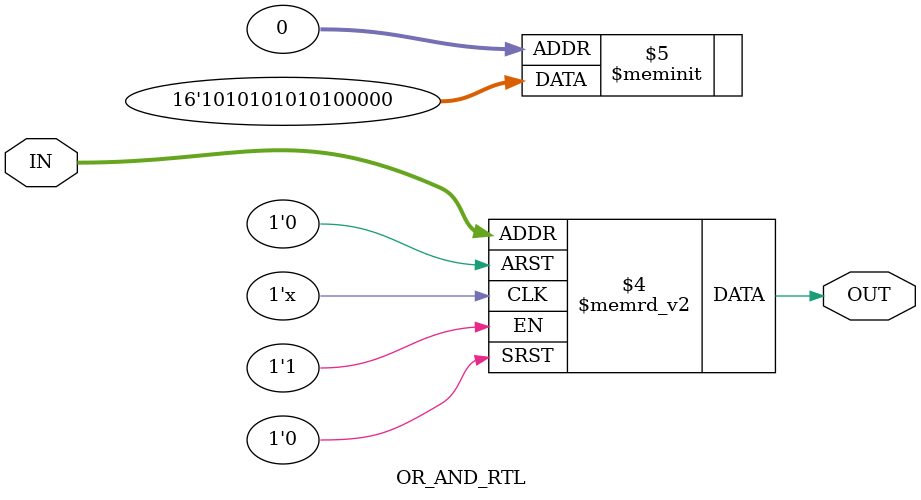
<source format=v>
module OR_AND_RTL(IN, OUT);
	input [3:0] IN;
	output OUT;
	reg OUT;
	
	always@(IN)
		begin
			case(IN)
				4'b0000: OUT = 0; 
				4'b0001: OUT = 0;
				4'b0010: OUT = 0; 
				4'b0011: OUT = 0;
				4'b0100: OUT = 0; 
				4'b0101: OUT = 1;
				4'b0110: OUT = 0; 
				4'b0111: OUT = 1;
				4'b1000: OUT = 0; 
				4'b1001: OUT = 1;
				4'b1010: OUT = 0; 
				4'b1011: OUT = 1;
				4'b1100: OUT = 0; 
				4'b1101: OUT = 1;
				4'b1110: OUT = 0; 
				default: OUT = 1;
			endcase
		end
endmodule
				
				
</source>
